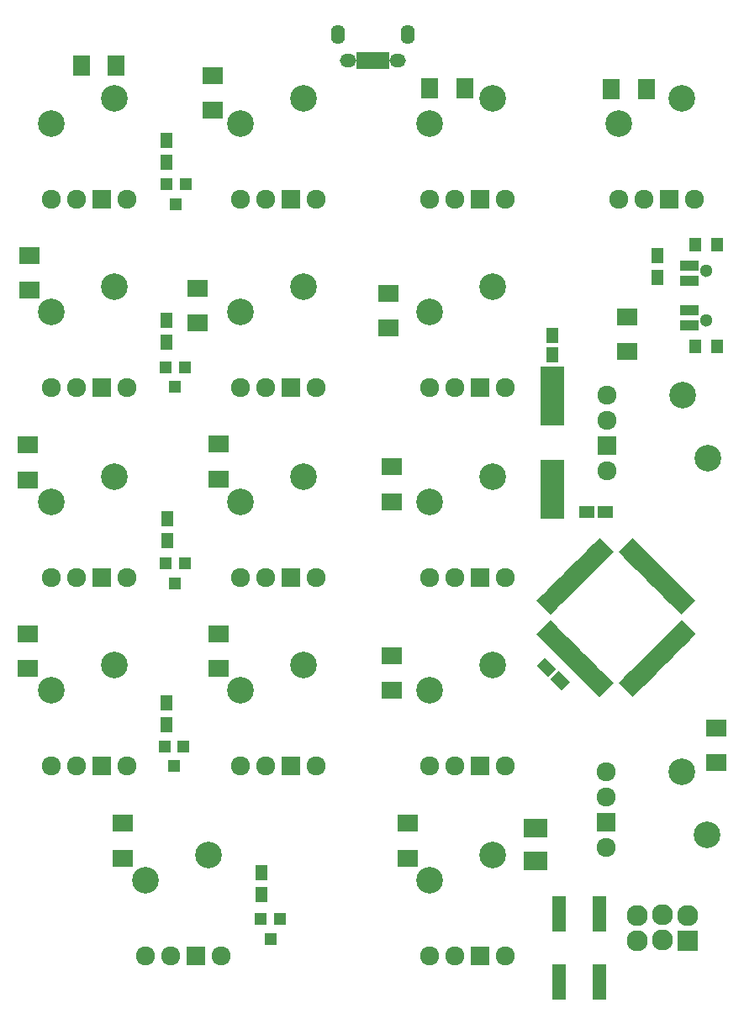
<source format=gbs>
G04 #@! TF.FileFunction,Soldermask,Bot*
%FSLAX46Y46*%
G04 Gerber Fmt 4.6, Leading zero omitted, Abs format (unit mm)*
G04 Created by KiCad (PCBNEW 4.0.1-stable) date 8/2/2016 8:04:58 AM*
%MOMM*%
G01*
G04 APERTURE LIST*
%ADD10C,0.100000*%
%ADD11R,1.600000X1.150000*%
%ADD12R,1.150000X1.600000*%
%ADD13R,1.700480X2.099260*%
%ADD14R,2.099260X1.700480*%
%ADD15R,0.800000X1.750000*%
%ADD16O,1.650000X1.350000*%
%ADD17O,1.400000X1.950000*%
%ADD18R,2.127200X2.127200*%
%ADD19O,2.127200X2.127200*%
%ADD20R,1.200100X1.200100*%
%ADD21R,1.300000X1.600000*%
%ADD22C,1.300000*%
%ADD23R,1.900000X1.100000*%
%ADD24R,1.200000X1.400000*%
%ADD25C,2.686000*%
%ADD26C,1.924000*%
%ADD27R,1.924000X1.924000*%
%ADD28R,2.398980X5.899100*%
%ADD29R,1.400000X3.600000*%
%ADD30R,2.432000X1.924000*%
G04 APERTURE END LIST*
D10*
D11*
X168550000Y-98100000D03*
X170450000Y-98100000D03*
D12*
X165100000Y-82250000D03*
X165100000Y-80350000D03*
D10*
G36*
X163555977Y-113569150D02*
X164369150Y-112755977D01*
X165500521Y-113887348D01*
X164687348Y-114700521D01*
X163555977Y-113569150D01*
X163555977Y-113569150D01*
G37*
G36*
X164899479Y-114912652D02*
X165712652Y-114099479D01*
X166844023Y-115230850D01*
X166030850Y-116044023D01*
X164899479Y-114912652D01*
X164899479Y-114912652D01*
G37*
D13*
X121150060Y-53100000D03*
X117649940Y-53100000D03*
D14*
X112400000Y-72249940D03*
X112400000Y-75750060D03*
X112300000Y-91349940D03*
X112300000Y-94850060D03*
X112300000Y-110349940D03*
X112300000Y-113850060D03*
X121800000Y-129449940D03*
X121800000Y-132950060D03*
X130900000Y-54149940D03*
X130900000Y-57650060D03*
X129400000Y-75549940D03*
X129400000Y-79050060D03*
X131500000Y-91249940D03*
X131500000Y-94750060D03*
X131500000Y-110349940D03*
X131500000Y-113850060D03*
D13*
X156250060Y-55400000D03*
X152749940Y-55400000D03*
D14*
X148600000Y-76049940D03*
X148600000Y-79550060D03*
X148900000Y-93549940D03*
X148900000Y-97050060D03*
X148900000Y-112549940D03*
X148900000Y-116050060D03*
X150500000Y-129449940D03*
X150500000Y-132950060D03*
D13*
X174550060Y-55500000D03*
X171049940Y-55500000D03*
D14*
X172600000Y-78449940D03*
X172600000Y-81950060D03*
X181600000Y-119849940D03*
X181600000Y-123350060D03*
D15*
X145699100Y-52662540D03*
X146349100Y-52662540D03*
X146999100Y-52662540D03*
X147649100Y-52662540D03*
X148299100Y-52662540D03*
D16*
X144499100Y-52662540D03*
X149499100Y-52662540D03*
D17*
X143499100Y-49962540D03*
X150499100Y-49962540D03*
D18*
X178700000Y-141300000D03*
D19*
X178700000Y-138760000D03*
X176160000Y-141200000D03*
X176160000Y-138660000D03*
X173620000Y-141300000D03*
X173620000Y-138760000D03*
D20*
X135750000Y-139099240D03*
X137650000Y-139099240D03*
X136700000Y-141098220D03*
X126050000Y-121699240D03*
X127950000Y-121699240D03*
X127000000Y-123698220D03*
X126250000Y-65099240D03*
X128150000Y-65099240D03*
X127200000Y-67098220D03*
X126150000Y-83499240D03*
X128050000Y-83499240D03*
X127100000Y-85498220D03*
X126150000Y-103299240D03*
X128050000Y-103299240D03*
X127100000Y-105298220D03*
D21*
X175700000Y-72300000D03*
X175700000Y-74500000D03*
X135800000Y-136600000D03*
X135800000Y-134400000D03*
X126200000Y-119500000D03*
X126200000Y-117300000D03*
X126200000Y-62900000D03*
X126200000Y-60700000D03*
X126200000Y-81000000D03*
X126200000Y-78800000D03*
X126300000Y-101000000D03*
X126300000Y-98800000D03*
D22*
X180625000Y-73800000D03*
X180625000Y-78800000D03*
D23*
X178875000Y-73300000D03*
X178875000Y-74800000D03*
X178875000Y-77800000D03*
X178875000Y-79300000D03*
D24*
X181725000Y-71150000D03*
X181725000Y-81450000D03*
X179525000Y-81450000D03*
X179525000Y-71150000D03*
D25*
X120940000Y-56420000D03*
X114590000Y-58960000D03*
D26*
X114590000Y-66580000D03*
X117130000Y-66580000D03*
D27*
X119670000Y-66580000D03*
D26*
X122210000Y-66580000D03*
D25*
X120940000Y-75420000D03*
X114590000Y-77960000D03*
D26*
X114590000Y-85580000D03*
X117130000Y-85580000D03*
D27*
X119670000Y-85580000D03*
D26*
X122210000Y-85580000D03*
D25*
X120940000Y-94520000D03*
X114590000Y-97060000D03*
D26*
X114590000Y-104680000D03*
X117130000Y-104680000D03*
D27*
X119670000Y-104680000D03*
D26*
X122210000Y-104680000D03*
D25*
X120940000Y-113520000D03*
X114590000Y-116060000D03*
D26*
X114590000Y-123680000D03*
X117130000Y-123680000D03*
D27*
X119670000Y-123680000D03*
D26*
X122210000Y-123680000D03*
D25*
X130440000Y-132620000D03*
X124090000Y-135160000D03*
D26*
X124090000Y-142780000D03*
X126630000Y-142780000D03*
D27*
X129170000Y-142780000D03*
D26*
X131710000Y-142780000D03*
D25*
X140040000Y-56420000D03*
X133690000Y-58960000D03*
D26*
X133690000Y-66580000D03*
X136230000Y-66580000D03*
D27*
X138770000Y-66580000D03*
D26*
X141310000Y-66580000D03*
D25*
X140040000Y-75420000D03*
X133690000Y-77960000D03*
D26*
X133690000Y-85580000D03*
X136230000Y-85580000D03*
D27*
X138770000Y-85580000D03*
D26*
X141310000Y-85580000D03*
D25*
X140040000Y-94520000D03*
X133690000Y-97060000D03*
D26*
X133690000Y-104680000D03*
X136230000Y-104680000D03*
D27*
X138770000Y-104680000D03*
D26*
X141310000Y-104680000D03*
D25*
X140040000Y-113520000D03*
X133690000Y-116060000D03*
D26*
X133690000Y-123680000D03*
X136230000Y-123680000D03*
D27*
X138770000Y-123680000D03*
D26*
X141310000Y-123680000D03*
D25*
X159040000Y-56420000D03*
X152690000Y-58960000D03*
D26*
X152690000Y-66580000D03*
X155230000Y-66580000D03*
D27*
X157770000Y-66580000D03*
D26*
X160310000Y-66580000D03*
D25*
X159040000Y-75420000D03*
X152690000Y-77960000D03*
D26*
X152690000Y-85580000D03*
X155230000Y-85580000D03*
D27*
X157770000Y-85580000D03*
D26*
X160310000Y-85580000D03*
D25*
X159040000Y-94520000D03*
X152690000Y-97060000D03*
D26*
X152690000Y-104680000D03*
X155230000Y-104680000D03*
D27*
X157770000Y-104680000D03*
D26*
X160310000Y-104680000D03*
D25*
X159040000Y-113520000D03*
X152690000Y-116060000D03*
D26*
X152690000Y-123680000D03*
X155230000Y-123680000D03*
D27*
X157770000Y-123680000D03*
D26*
X160310000Y-123680000D03*
D25*
X159040000Y-132620000D03*
X152690000Y-135160000D03*
D26*
X152690000Y-142780000D03*
X155230000Y-142780000D03*
D27*
X157770000Y-142780000D03*
D26*
X160310000Y-142780000D03*
D25*
X178140000Y-56420000D03*
X171790000Y-58960000D03*
D26*
X171790000Y-66580000D03*
X174330000Y-66580000D03*
D27*
X176870000Y-66580000D03*
D26*
X179410000Y-66580000D03*
D25*
X180780000Y-92640000D03*
X178240000Y-86290000D03*
D26*
X170620000Y-86290000D03*
X170620000Y-88830000D03*
D27*
X170620000Y-91370000D03*
D26*
X170620000Y-93910000D03*
D25*
X180680000Y-130640000D03*
X178140000Y-124290000D03*
D26*
X170520000Y-124290000D03*
X170520000Y-126830000D03*
D27*
X170520000Y-129370000D03*
D26*
X170520000Y-131910000D03*
D10*
G36*
X169824156Y-116711520D02*
X169145334Y-116032698D01*
X170559548Y-114618484D01*
X171238370Y-115297306D01*
X169824156Y-116711520D01*
X169824156Y-116711520D01*
G37*
G36*
X169258471Y-116145834D02*
X168579649Y-115467012D01*
X169993863Y-114052798D01*
X170672685Y-114731620D01*
X169258471Y-116145834D01*
X169258471Y-116145834D01*
G37*
G36*
X168692786Y-115580149D02*
X168013964Y-114901327D01*
X169428178Y-113487113D01*
X170107000Y-114165935D01*
X168692786Y-115580149D01*
X168692786Y-115580149D01*
G37*
G36*
X168127100Y-115014464D02*
X167448278Y-114335642D01*
X168862492Y-112921428D01*
X169541314Y-113600250D01*
X168127100Y-115014464D01*
X168127100Y-115014464D01*
G37*
G36*
X167561415Y-114448778D02*
X166882593Y-113769956D01*
X168296807Y-112355742D01*
X168975629Y-113034564D01*
X167561415Y-114448778D01*
X167561415Y-114448778D01*
G37*
G36*
X166995729Y-113883093D02*
X166316907Y-113204271D01*
X167731121Y-111790057D01*
X168409943Y-112468879D01*
X166995729Y-113883093D01*
X166995729Y-113883093D01*
G37*
G36*
X166430044Y-113317407D02*
X165751222Y-112638585D01*
X167165436Y-111224371D01*
X167844258Y-111903193D01*
X166430044Y-113317407D01*
X166430044Y-113317407D01*
G37*
G36*
X165864358Y-112751722D02*
X165185536Y-112072900D01*
X166599750Y-110658686D01*
X167278572Y-111337508D01*
X165864358Y-112751722D01*
X165864358Y-112751722D01*
G37*
G36*
X165298673Y-112186036D02*
X164619851Y-111507214D01*
X166034065Y-110093000D01*
X166712887Y-110771822D01*
X165298673Y-112186036D01*
X165298673Y-112186036D01*
G37*
G36*
X164732988Y-111620351D02*
X164054166Y-110941529D01*
X165468380Y-109527315D01*
X166147202Y-110206137D01*
X164732988Y-111620351D01*
X164732988Y-111620351D01*
G37*
G36*
X164167302Y-111054666D02*
X163488480Y-110375844D01*
X164902694Y-108961630D01*
X165581516Y-109640452D01*
X164167302Y-111054666D01*
X164167302Y-111054666D01*
G37*
G36*
X163488480Y-107024156D02*
X164167302Y-106345334D01*
X165581516Y-107759548D01*
X164902694Y-108438370D01*
X163488480Y-107024156D01*
X163488480Y-107024156D01*
G37*
G36*
X164054166Y-106458471D02*
X164732988Y-105779649D01*
X166147202Y-107193863D01*
X165468380Y-107872685D01*
X164054166Y-106458471D01*
X164054166Y-106458471D01*
G37*
G36*
X164619851Y-105892786D02*
X165298673Y-105213964D01*
X166712887Y-106628178D01*
X166034065Y-107307000D01*
X164619851Y-105892786D01*
X164619851Y-105892786D01*
G37*
G36*
X165185536Y-105327100D02*
X165864358Y-104648278D01*
X167278572Y-106062492D01*
X166599750Y-106741314D01*
X165185536Y-105327100D01*
X165185536Y-105327100D01*
G37*
G36*
X165751222Y-104761415D02*
X166430044Y-104082593D01*
X167844258Y-105496807D01*
X167165436Y-106175629D01*
X165751222Y-104761415D01*
X165751222Y-104761415D01*
G37*
G36*
X166316907Y-104195729D02*
X166995729Y-103516907D01*
X168409943Y-104931121D01*
X167731121Y-105609943D01*
X166316907Y-104195729D01*
X166316907Y-104195729D01*
G37*
G36*
X166882593Y-103630044D02*
X167561415Y-102951222D01*
X168975629Y-104365436D01*
X168296807Y-105044258D01*
X166882593Y-103630044D01*
X166882593Y-103630044D01*
G37*
G36*
X167448278Y-103064358D02*
X168127100Y-102385536D01*
X169541314Y-103799750D01*
X168862492Y-104478572D01*
X167448278Y-103064358D01*
X167448278Y-103064358D01*
G37*
G36*
X168013964Y-102498673D02*
X168692786Y-101819851D01*
X170107000Y-103234065D01*
X169428178Y-103912887D01*
X168013964Y-102498673D01*
X168013964Y-102498673D01*
G37*
G36*
X168579649Y-101932988D02*
X169258471Y-101254166D01*
X170672685Y-102668380D01*
X169993863Y-103347202D01*
X168579649Y-101932988D01*
X168579649Y-101932988D01*
G37*
G36*
X169145334Y-101367302D02*
X169824156Y-100688480D01*
X171238370Y-102102694D01*
X170559548Y-102781516D01*
X169145334Y-101367302D01*
X169145334Y-101367302D01*
G37*
G36*
X172440452Y-102781516D02*
X171761630Y-102102694D01*
X173175844Y-100688480D01*
X173854666Y-101367302D01*
X172440452Y-102781516D01*
X172440452Y-102781516D01*
G37*
G36*
X173006137Y-103347202D02*
X172327315Y-102668380D01*
X173741529Y-101254166D01*
X174420351Y-101932988D01*
X173006137Y-103347202D01*
X173006137Y-103347202D01*
G37*
G36*
X173571822Y-103912887D02*
X172893000Y-103234065D01*
X174307214Y-101819851D01*
X174986036Y-102498673D01*
X173571822Y-103912887D01*
X173571822Y-103912887D01*
G37*
G36*
X174137508Y-104478572D02*
X173458686Y-103799750D01*
X174872900Y-102385536D01*
X175551722Y-103064358D01*
X174137508Y-104478572D01*
X174137508Y-104478572D01*
G37*
G36*
X174703193Y-105044258D02*
X174024371Y-104365436D01*
X175438585Y-102951222D01*
X176117407Y-103630044D01*
X174703193Y-105044258D01*
X174703193Y-105044258D01*
G37*
G36*
X175268879Y-105609943D02*
X174590057Y-104931121D01*
X176004271Y-103516907D01*
X176683093Y-104195729D01*
X175268879Y-105609943D01*
X175268879Y-105609943D01*
G37*
G36*
X175834564Y-106175629D02*
X175155742Y-105496807D01*
X176569956Y-104082593D01*
X177248778Y-104761415D01*
X175834564Y-106175629D01*
X175834564Y-106175629D01*
G37*
G36*
X176400250Y-106741314D02*
X175721428Y-106062492D01*
X177135642Y-104648278D01*
X177814464Y-105327100D01*
X176400250Y-106741314D01*
X176400250Y-106741314D01*
G37*
G36*
X176965935Y-107307000D02*
X176287113Y-106628178D01*
X177701327Y-105213964D01*
X178380149Y-105892786D01*
X176965935Y-107307000D01*
X176965935Y-107307000D01*
G37*
G36*
X177531620Y-107872685D02*
X176852798Y-107193863D01*
X178267012Y-105779649D01*
X178945834Y-106458471D01*
X177531620Y-107872685D01*
X177531620Y-107872685D01*
G37*
G36*
X178097306Y-108438370D02*
X177418484Y-107759548D01*
X178832698Y-106345334D01*
X179511520Y-107024156D01*
X178097306Y-108438370D01*
X178097306Y-108438370D01*
G37*
G36*
X177418484Y-109640452D02*
X178097306Y-108961630D01*
X179511520Y-110375844D01*
X178832698Y-111054666D01*
X177418484Y-109640452D01*
X177418484Y-109640452D01*
G37*
G36*
X176852798Y-110206137D02*
X177531620Y-109527315D01*
X178945834Y-110941529D01*
X178267012Y-111620351D01*
X176852798Y-110206137D01*
X176852798Y-110206137D01*
G37*
G36*
X176287113Y-110771822D02*
X176965935Y-110093000D01*
X178380149Y-111507214D01*
X177701327Y-112186036D01*
X176287113Y-110771822D01*
X176287113Y-110771822D01*
G37*
G36*
X175721428Y-111337508D02*
X176400250Y-110658686D01*
X177814464Y-112072900D01*
X177135642Y-112751722D01*
X175721428Y-111337508D01*
X175721428Y-111337508D01*
G37*
G36*
X175155742Y-111903193D02*
X175834564Y-111224371D01*
X177248778Y-112638585D01*
X176569956Y-113317407D01*
X175155742Y-111903193D01*
X175155742Y-111903193D01*
G37*
G36*
X174590057Y-112468879D02*
X175268879Y-111790057D01*
X176683093Y-113204271D01*
X176004271Y-113883093D01*
X174590057Y-112468879D01*
X174590057Y-112468879D01*
G37*
G36*
X174024371Y-113034564D02*
X174703193Y-112355742D01*
X176117407Y-113769956D01*
X175438585Y-114448778D01*
X174024371Y-113034564D01*
X174024371Y-113034564D01*
G37*
G36*
X173458686Y-113600250D02*
X174137508Y-112921428D01*
X175551722Y-114335642D01*
X174872900Y-115014464D01*
X173458686Y-113600250D01*
X173458686Y-113600250D01*
G37*
G36*
X172893000Y-114165935D02*
X173571822Y-113487113D01*
X174986036Y-114901327D01*
X174307214Y-115580149D01*
X172893000Y-114165935D01*
X172893000Y-114165935D01*
G37*
G36*
X172327315Y-114731620D02*
X173006137Y-114052798D01*
X174420351Y-115467012D01*
X173741529Y-116145834D01*
X172327315Y-114731620D01*
X172327315Y-114731620D01*
G37*
G36*
X171761630Y-115297306D02*
X172440452Y-114618484D01*
X173854666Y-116032698D01*
X173175844Y-116711520D01*
X171761630Y-115297306D01*
X171761630Y-115297306D01*
G37*
D28*
X165100000Y-95799000D03*
X165100000Y-86401000D03*
D29*
X165800000Y-145400000D03*
X165800000Y-138600000D03*
X169800000Y-138600000D03*
X169800000Y-145400000D03*
D30*
X163400000Y-129949000D03*
X163400000Y-133251000D03*
M02*

</source>
